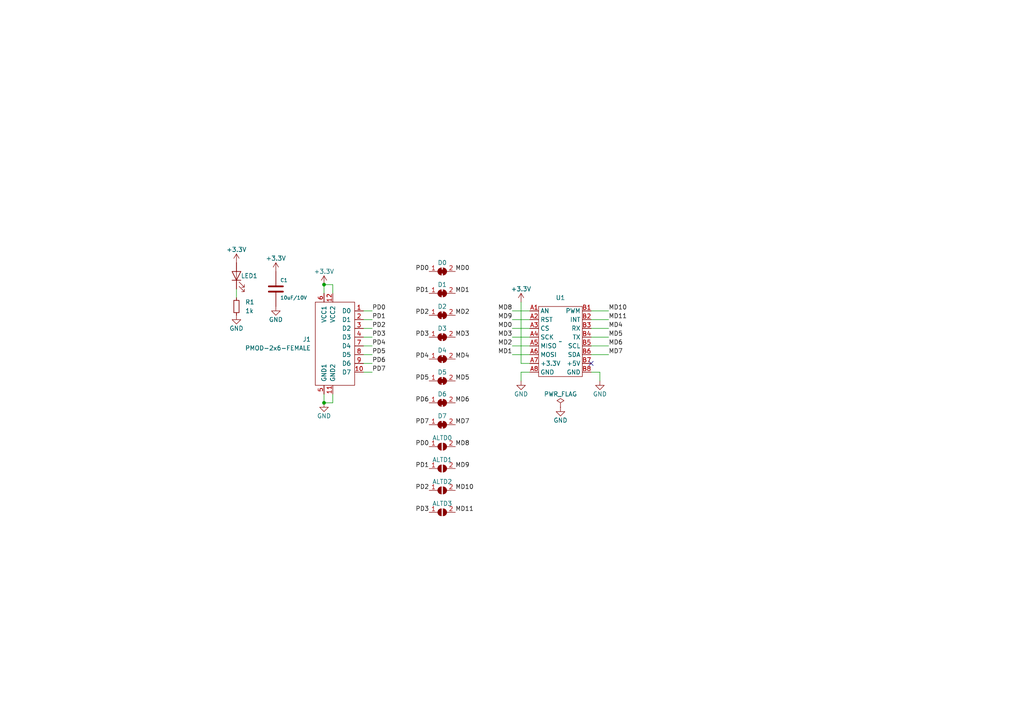
<source format=kicad_sch>
(kicad_sch (version 20230121) (generator eeschema)
  (paper "A4")
  (lib_symbols
    (symbol "jlcpcb-basic-resistor-0402:1k"
      (property "Reference" "R" (at 0.762 0.508 0))
      (property "Value" "1k" (at 0.762 -1.016 0))
      (symbol "1k_0_0"
        (rectangle (start -0.762 1.778) (end 0.762 -1.778) (stroke (width 0.2032)))
        (pin passive line (at 0 2.54 270) (length 0.762) (name "~") (number "1"))
        (pin passive line (at 0 -2.54 90) (length 0.762) (name "~") (number "2"))
      )
    )
    (symbol "power:+3.3V" (power) (pin_names (offset 0))
      (property "Value" "+3.3V" (at 0 3.556 0))
      (symbol "+3.3V_0_1"
        (polyline (pts (xy -0.762 1.27) (xy 0 2.54)))
        (polyline (pts (xy 0 0) (xy 0 2.54)))
        (polyline (pts (xy 0 2.54) (xy 0.762 1.27)))
      )
      (symbol "+3.3V_1_1"
        (pin power_in line (at 0 0 90) (length 0) hide (name "+3.3V") (number "1"))
      )
    )
    (symbol "power:GND" (power) (pin_names (offset 0))
      (property "Value" "GND" (at 0 -3.81 0))
      (symbol "GND_0_1"
        (polyline (pts (xy 0 0) (xy 0 -1.27) (xy 1.27 -1.27) (xy 0 -2.54) (xy -1.27 -1.27) (xy 0 -1.27)))
      )
      (symbol "GND_1_1"
        (pin power_in line (at 0 0 270) (length 0) hide (name "GND") (number "1"))
      )
    )
    (symbol "power:PWR_FLAG" (power) (pin_numbers hide) (pin_names (offset 0) hide)
      (property "Value" "PWR_FLAG" (at 0 3.81 0))
      (symbol "PWR_FLAG_0_0"
        (pin power_out line (at 0 0 90) (length 0) (name "pwr") (number "1"))
      )
      (symbol "PWR_FLAG_0_1"
        (polyline (pts (xy 0 0) (xy 0 1.27) (xy -1.016 1.905) (xy 0 2.54) (xy 1.016 1.905) (xy 0 1.27)))
      )
    )
    (symbol "tom-connectors:PMOD-2x6-FEMALE" (pin_names (offset 1.016))
      (property "Reference" "J" (at 3.81 -11.43 0))
      (property "Value" "PMOD-2x6-FEMALE" (at -7.62 0 90))
      (symbol "PMOD-2x6-FEMALE_1_1"
        (rectangle (start -6.35 11.43) (end 5.08 -12.7))
        (rectangle (start 3.81 -6.35) (end 3.81 -6.35))
        (pin bidirectional line (at 7.62 8.89 180) (length 2.54) (name "D0") (number "1"))
        (pin bidirectional line (at 7.62 -8.89 180) (length 2.54) (name "D7") (number "10"))
        (pin passive line (at -1.27 -15.24 90) (length 2.54) (name "GND2") (number "11"))
        (pin passive line (at -1.27 13.97 270) (length 2.54) (name "VCC2") (number "12"))
        (pin bidirectional line (at 7.62 6.35 180) (length 2.54) (name "D1") (number "2"))
        (pin bidirectional line (at 7.62 3.81 180) (length 2.54) (name "D2") (number "3"))
        (pin bidirectional line (at 7.62 1.27 180) (length 2.54) (name "D3") (number "4"))
        (pin passive line (at -3.81 -15.24 90) (length 2.54) (name "GND1") (number "5"))
        (pin passive line (at -3.81 13.97 270) (length 2.54) (name "VCC1") (number "6"))
        (pin bidirectional line (at 7.62 -1.27 180) (length 2.54) (name "D4") (number "7"))
        (pin bidirectional line (at 7.62 -3.81 180) (length 2.54) (name "D5") (number "8"))
        (pin bidirectional line (at 7.62 -6.35 180) (length 2.54) (name "D6") (number "9"))
      )
    )
    (symbol "tom-mechanical:SolderJumper_2_Bridged" (pin_names (offset 0) hide)
      (property "Reference" "JP" (at 0 2.032 0))
      (property "Value" "SolderJumper_2_Bridged" (at 0 -2.54 0))
      (symbol "SolderJumper_2_Bridged_0_1"
        (rectangle (start -0.508 0.508) (end 0.508 -0.508) (fill (type outline)))
        (arc (start -0.254 1.016) (mid -1.2656 0) (end -0.254 -1.016))
        (arc (start -0.254 1.016) (mid -1.2656 0) (end -0.254 -1.016) (fill (type outline)))
        (polyline (pts (xy -0.254 1.016) (xy -0.254 -1.016)))
        (polyline (pts (xy 0.254 1.016) (xy 0.254 -1.016)))
        (arc (start 0.254 -1.016) (mid 1.2656 0) (end 0.254 1.016))
        (arc (start 0.254 -1.016) (mid 1.2656 0) (end 0.254 1.016) (fill (type outline)))
      )
      (symbol "SolderJumper_2_Bridged_1_1"
        (pin passive line (at -3.81 0 0) (length 2.54) (name "A") (number "1"))
        (pin passive line (at 3.81 0 180) (length 2.54) (name "B") (number "2"))
      )
    )
    (symbol "tom-mechanical:SolderJumper_2_Open" (pin_names (offset 0) hide)
      (property "Reference" "JP" (at 0 2.032 0))
      (property "Value" "SolderJumper_2_Open" (at 0 -2.54 0))
      (symbol "SolderJumper_2_Open_0_1"
        (arc (start -0.254 1.016) (mid -1.2656 0) (end -0.254 -1.016))
        (arc (start -0.254 1.016) (mid -1.2656 0) (end -0.254 -1.016) (fill (type outline)))
        (polyline (pts (xy -0.254 1.016) (xy -0.254 -1.016)))
        (polyline (pts (xy 0.254 1.016) (xy 0.254 -1.016)))
        (arc (start 0.254 -1.016) (mid 1.2656 0) (end 0.254 1.016))
        (arc (start 0.254 -1.016) (mid 1.2656 0) (end 0.254 1.016) (fill (type outline)))
      )
      (symbol "SolderJumper_2_Open_1_1"
        (pin passive line (at -3.81 0 0) (length 2.54) (name "A") (number "1"))
        (pin passive line (at 3.81 0 180) (length 2.54) (name "B") (number "2"))
      )
    )
    (symbol "tom-modules:MIKROBUS_ADD_ON" (in_bom no)
      (property "Reference" "U" (at -5.08 -11.43 0))
      (symbol "MIKROBUS_ADD_ON_0_1"
        (rectangle (start -6.35 10.16) (end 6.35 -10.16))
      )
      (symbol "MIKROBUS_ADD_ON_1_1"
        (pin bidirectional line (at -8.89 8.89 0) (length 2.54) (name "AN") (number "A1"))
        (pin bidirectional line (at -8.89 6.35 0) (length 2.54) (name "RST") (number "A2"))
        (pin bidirectional line (at -8.89 3.81 0) (length 2.54) (name "CS") (number "A3"))
        (pin bidirectional line (at -8.89 1.27 0) (length 2.54) (name "SCK") (number "A4"))
        (pin bidirectional line (at -8.89 -1.27 0) (length 2.54) (name "MISO") (number "A5"))
        (pin bidirectional line (at -8.89 -3.81 0) (length 2.54) (name "MOSI") (number "A6"))
        (pin power_out line (at -8.89 -6.35 0) (length 2.54) (name "+3.3V") (number "A7"))
        (pin passive line (at -8.89 -8.89 0) (length 2.54) (name "GND") (number "A8"))
        (pin bidirectional line (at 8.89 8.89 180) (length 2.54) (name "PWM") (number "B1"))
        (pin bidirectional line (at 8.89 6.35 180) (length 2.54) (name "INT") (number "B2"))
        (pin bidirectional line (at 8.89 3.81 180) (length 2.54) (name "RX") (number "B3"))
        (pin bidirectional line (at 8.89 1.27 180) (length 2.54) (name "TX") (number "B4"))
        (pin bidirectional line (at 8.89 -1.27 180) (length 2.54) (name "SCL") (number "B5"))
        (pin bidirectional line (at 8.89 -3.81 180) (length 2.54) (name "SDA") (number "B6"))
        (pin power_out line (at 8.89 -6.35 180) (length 2.54) (name "+5V") (number "B7"))
        (pin passive line (at 8.89 -8.89 180) (length 2.54) (name "GND") (number "B8"))
      )
    )
    (symbol "tom-opto:LED" (pin_numbers hide) (pin_names (offset 1.016) hide)
      (property "Reference" "D" (at 0 2.54 0))
      (property "Value" "LED" (at 0 -2.54 0))
      (symbol "LED_0_1"
        (polyline (pts (xy -1.27 -1.27) (xy -1.27 1.27)) (stroke (width 0.2032)))
        (polyline (pts (xy -1.27 0) (xy 1.27 0)))
        (polyline (pts (xy 1.27 -1.27) (xy 1.27 1.27) (xy -1.27 0) (xy 1.27 -1.27)) (stroke (width 0.2032)))
        (polyline (pts (xy -3.048 -0.762) (xy -4.572 -2.286) (xy -3.81 -2.286) (xy -4.572 -2.286) (xy -4.572 -1.524)))
        (polyline (pts (xy -1.778 -0.762) (xy -3.302 -2.286) (xy -2.54 -2.286) (xy -3.302 -2.286) (xy -3.302 -1.524)))
      )
      (symbol "LED_1_1"
        (pin passive line (at -3.81 0 0) (length 2.54) (name "K") (number "1"))
        (pin passive line (at 3.81 0 180) (length 2.54) (name "A") (number "2"))
      )
    )
    (symbol "tom-passives:C" (pin_numbers hide) (pin_names (offset 0.254))
      (property "Reference" "C?" (at 0 2.54 0))
      (property "Value" "C" (at 0.1524 -2.159 0))
      (property "LCSC" "DNP" (at 0.1524 -3.81 0))
      (symbol "C_0_1"
        (polyline (pts (xy -2.032 -0.762) (xy 2.032 -0.762)) (stroke (width 0.508)))
        (polyline (pts (xy -2.032 0.762) (xy 2.032 0.762)) (stroke (width 0.508)))
      )
      (symbol "C_1_1"
        (pin passive line (at 0 5.08 270) (length 4.318) (name "~") (number "1"))
        (pin passive line (at 0 -5.08 90) (length 4.318) (name "~") (number "2"))
      )
    )
  )
  (junction (at 93.98 82.55))
  (junction (at 93.98 116.84))
  (no_connect (at 171.45 105.41))
  (wire (pts (xy 105.41 102.87) (xy 107.95 102.87)))
  (wire (pts (xy 96.52 85.09) (xy 96.52 82.55)))
  (wire (pts (xy 105.41 100.33) (xy 107.95 100.33)))
  (wire (pts (xy 96.52 82.55) (xy 93.98 82.55)))
  (wire (pts (xy 96.52 114.3) (xy 96.52 116.84)))
  (wire (pts (xy 151.13 87.63) (xy 151.13 105.41)))
  (wire (pts (xy 96.52 116.84) (xy 93.98 116.84)))
  (wire (pts (xy 176.53 102.87) (xy 171.45 102.87)))
  (wire (pts (xy 105.41 95.25) (xy 107.95 95.25)))
  (wire (pts (xy 68.58 83.82) (xy 68.58 86.36)))
  (wire (pts (xy 105.41 107.95) (xy 107.95 107.95)))
  (wire (pts (xy 153.67 107.95) (xy 151.13 107.95)))
  (wire (pts (xy 171.45 90.17) (xy 176.53 90.17)))
  (wire (pts (xy 171.45 107.95) (xy 173.99 107.95)))
  (wire (pts (xy 105.41 105.41) (xy 107.95 105.41)))
  (wire (pts (xy 93.98 82.55) (xy 93.98 85.09)))
  (wire (pts (xy 105.41 90.17) (xy 107.95 90.17)))
  (wire (pts (xy 151.13 107.95) (xy 151.13 110.49)))
  (wire (pts (xy 176.53 100.33) (xy 171.45 100.33)))
  (wire (pts (xy 171.45 92.71) (xy 176.53 92.71)))
  (wire (pts (xy 148.59 102.87) (xy 153.67 102.87)))
  (wire (pts (xy 151.13 105.41) (xy 153.67 105.41)))
  (wire (pts (xy 93.98 114.3) (xy 93.98 116.84)))
  (wire (pts (xy 176.53 97.79) (xy 171.45 97.79)))
  (wire (pts (xy 148.59 100.33) (xy 153.67 100.33)))
  (wire (pts (xy 105.41 92.71) (xy 107.95 92.71)))
  (wire (pts (xy 148.59 95.25) (xy 153.67 95.25)))
  (wire (pts (xy 148.59 90.17) (xy 153.67 90.17)))
  (wire (pts (xy 176.53 95.25) (xy 171.45 95.25)))
  (wire (pts (xy 148.59 92.71) (xy 153.67 92.71)))
  (wire (pts (xy 173.99 107.95) (xy 173.99 110.49)))
  (wire (pts (xy 105.41 97.79) (xy 107.95 97.79)))
  (wire (pts (xy 148.59 97.79) (xy 153.67 97.79)))
  (label "PD2" (at 124.46 142.24 180))
  (label "MD6" (at 132.08 116.84 0))
  (label "PD0" (at 124.46 78.74 180))
  (label "PD7" (at 107.95 107.95 0))
  (label "MD6" (at 176.53 100.33 0))
  (label "MD10" (at 176.53 90.17 0))
  (label "MD7" (at 132.08 123.19 0))
  (label "PD2" (at 124.46 91.44 180))
  (label "MD0" (at 148.59 95.25 180))
  (label "PD4" (at 107.95 100.33 0))
  (label "PD0" (at 124.46 129.54 180))
  (label "PD3" (at 124.46 148.59 180))
  (label "MD4" (at 132.08 104.14 0))
  (label "MD8" (at 148.59 90.17 180))
  (label "PD0" (at 107.95 90.17 0))
  (label "MD8" (at 132.08 129.54 0))
  (label "PD1" (at 124.46 85.09 180))
  (label "MD7" (at 176.53 102.87 0))
  (label "MD9" (at 132.08 135.89 0))
  (label "MD3" (at 148.59 97.79 180))
  (label "PD6" (at 124.46 116.84 180))
  (label "MD4" (at 176.53 95.25 0))
  (label "PD7" (at 124.46 123.19 180))
  (label "MD1" (at 148.59 102.87 180))
  (label "PD2" (at 107.95 95.25 0))
  (label "MD5" (at 176.53 97.79 0))
  (label "MD1" (at 132.08 85.09 0))
  (label "MD11" (at 132.08 148.59 0))
  (label "MD9" (at 148.59 92.71 180))
  (label "MD3" (at 132.08 97.79 0))
  (label "PD1" (at 124.46 135.89 180))
  (label "PD6" (at 107.95 105.41 0))
  (label "PD5" (at 124.46 110.49 180))
  (label "PD5" (at 107.95 102.87 0))
  (label "PD1" (at 107.95 92.71 0))
  (label "PD3" (at 124.46 97.79 180))
  (label "PD4" (at 124.46 104.14 180))
  (label "MD0" (at 132.08 78.74 0))
  (label "MD5" (at 132.08 110.49 0))
  (label "MD10" (at 132.08 142.24 0))
  (label "MD2" (at 148.59 100.33 180))
  (label "PD3" (at 107.95 97.79 0))
  (label "MD11" (at 176.53 92.71 0))
  (label "MD2" (at 132.08 91.44 0))
  (symbol (lib_id "tom-mechanical:SolderJumper_2_Open") (at 128.27 129.54 0) (unit 1)
    (property "Reference" "ALTD0" (at 128.27 127 0))
    (property "Value" "SolderJumper_2_Open" (effects hide))
    (property "Footprint" "tom-mechanical:SolderJumper-2_P1.3mm_Open_Pad1.0x1.5mm" (effects hide))
  )
  (symbol (lib_id "tom-mechanical:SolderJumper_2_Open") (at 128.27 148.59 0) (unit 1)
    (property "Reference" "ALTD3" (at 128.27 146.05 0))
    (property "Value" "SolderJumper_2_Open" (effects hide))
    (property "Footprint" "tom-mechanical:SolderJumper-2_P1.3mm_Open_Pad1.0x1.5mm" (effects hide))
  )
  (symbol (lib_id "tom-connectors:PMOD-2x6-FEMALE") (at 97.79 99.06 0) (unit 1)
    (property "Reference" "J1" (at 90.17 98.425 0) (effects (justify right)))
    (property "Value" "PMOD-2x6-FEMALE" (at 90.17 100.965 0) (effects (justify right)))
    (property "Footprint" "tom-connectors:PMOD_2X6_PTH_RA_SOCKET" (effects hide))
  )
  (symbol (lib_id "tom-mechanical:SolderJumper_2_Bridged") (at 128.27 91.44 0) (unit 1)
    (property "Reference" "D2" (at 128.27 88.9 0))
    (property "Value" "BRIDGED" (effects hide))
    (property "Footprint" "tom-mechanical:SolderJumper-2_P1.3mm_Bridged_Pad1.0x1.5mm" (effects hide))
  )
  (symbol (lib_id "tom-passives:C") (at 80.01 83.82 0) (unit 1)
    (property "Reference" "C1" (at 81.28 81.28 0) (effects (font (size 1.016 1.016)) (justify left)))
    (property "Value" "10uF/10V" (at 81.28 86.36 0) (effects (font (size 1.016 1.016)) (justify left)))
    (property "Footprint" "tom-passives:C_1206_3216Metric_Pad1.42x1.75mm_HandSolder" (effects hide))
    (property "LCSC" "DNP" (effects hide))
  )
  (symbol (lib_id "jlcpcb-basic-resistor-0402:1k") (at 68.58 88.9 0) (unit 1)
    (property "Reference" "R1" (at 71.12 87.63 0) (effects (justify left)))
    (property "Value" "1k" (at 71.12 90.17 0) (effects (justify left)))
    (property "Footprint" "tom-passives:R_1206_3216Metric" (effects hide))
    (property "Datasheet" "https://datasheet.lcsc.com/lcsc/2110251730_UNI-ROYAL-Uniroyal-Elec-0402WGF1001TCE_C11702.pdf" (effects hide))
    (property "LCSC" "C11702" (effects hide))
    (property "MFG" "UNI-ROYAL(Uniroyal Elec)" (effects hide))
    (property "MFGPN" "0402WGF1001TCE" (effects hide))
  )
  (symbol (lib_id "tom-mechanical:SolderJumper_2_Bridged") (at 128.27 116.84 0) (unit 1)
    (property "Reference" "D6" (at 128.27 114.3 0))
    (property "Value" "BRIDGED" (effects hide))
    (property "Footprint" "tom-mechanical:SolderJumper-2_P1.3mm_Bridged_Pad1.0x1.5mm" (effects hide))
  )
  (symbol (lib_id "power:GND") (at 151.13 110.49 0) (unit 1)
    (property "Reference" "#PWR03" (effects hide))
    (property "Value" "GND" (at 151.13 114.3 0))
  )
  (symbol (lib_id "tom-mechanical:SolderJumper_2_Bridged") (at 128.27 123.19 0) (unit 1)
    (property "Reference" "D7" (at 128.27 120.65 0))
    (property "Value" "BRIDGED" (effects hide))
    (property "Footprint" "tom-mechanical:SolderJumper-2_P1.3mm_Bridged_Pad1.0x1.5mm" (effects hide))
  )
  (symbol (lib_id "tom-mechanical:SolderJumper_2_Bridged") (at 128.27 97.79 0) (unit 1)
    (property "Reference" "D3" (at 128.27 95.25 0))
    (property "Value" "BRIDGED" (effects hide))
    (property "Footprint" "tom-mechanical:SolderJumper-2_P1.3mm_Bridged_Pad1.0x1.5mm" (effects hide))
  )
  (symbol (lib_id "power:GND") (at 80.01 88.9 0) (unit 1)
    (property "Reference" "#PWR07" (effects hide))
    (property "Value" "GND" (at 80.01 92.71 0))
  )
  (symbol (lib_id "power:+3.3V") (at 93.98 82.55 0) (unit 1)
    (property "Reference" "#PWR01" (effects hide))
    (property "Value" "+3.3V" (at 93.98 78.74 0))
  )
  (symbol (lib_id "tom-mechanical:SolderJumper_2_Bridged") (at 128.27 104.14 0) (unit 1)
    (property "Reference" "D4" (at 128.27 101.6 0))
    (property "Value" "BRIDGED" (effects hide))
    (property "Footprint" "tom-mechanical:SolderJumper-2_P1.3mm_Bridged_Pad1.0x1.5mm" (effects hide))
  )
  (symbol (lib_id "tom-mechanical:SolderJumper_2_Open") (at 128.27 142.24 0) (unit 1)
    (property "Reference" "ALTD2" (at 128.27 139.7 0))
    (property "Value" "SolderJumper_2_Open" (effects hide))
    (property "Footprint" "tom-mechanical:SolderJumper-2_P1.3mm_Open_Pad1.0x1.5mm" (effects hide))
  )
  (symbol (lib_id "tom-mechanical:SolderJumper_2_Open") (at 128.27 135.89 0) (unit 1)
    (property "Reference" "ALTD1" (at 128.27 133.35 0))
    (property "Value" "SolderJumper_2_Open" (effects hide))
    (property "Footprint" "tom-mechanical:SolderJumper-2_P1.3mm_Open_Pad1.0x1.5mm" (effects hide))
  )
  (symbol (lib_id "power:GND") (at 93.98 116.84 0) (unit 1)
    (property "Reference" "#PWR05" (effects hide))
    (property "Value" "GND" (at 93.98 120.65 0))
  )
  (symbol (lib_id "power:PWR_FLAG") (at 162.56 118.11 0) (unit 1)
    (property "Reference" "#FLG01" (effects hide))
    (property "Value" "PWR_FLAG" (at 162.56 114.3 0))
  )
  (symbol (lib_id "power:+3.3V") (at 151.13 87.63 0) (unit 1)
    (property "Reference" "#PWR02" (effects hide))
    (property "Value" "+3.3V" (at 151.13 83.82 0))
  )
  (symbol (lib_id "power:GND") (at 68.58 91.44 0) (unit 1)
    (property "Reference" "#PWR09" (effects hide))
    (property "Value" "GND" (at 68.58 95.25 0))
  )
  (symbol (lib_id "power:GND") (at 173.99 110.49 0) (unit 1)
    (property "Reference" "#PWR04" (effects hide))
    (property "Value" "GND" (at 173.99 114.3 0))
  )
  (symbol (lib_id "power:+3.3V") (at 68.58 76.2 0) (unit 1)
    (property "Reference" "#PWR010" (effects hide))
    (property "Value" "+3.3V" (at 68.58 72.39 0))
  )
  (symbol (lib_id "power:GND") (at 162.56 118.11 0) (unit 1)
    (property "Reference" "#PWR08" (effects hide))
    (property "Value" "GND" (at 162.56 121.92 0))
  )
  (symbol (lib_id "tom-opto:LED") (at 68.58 80.01 90) (unit 1)
    (property "Reference" "LED1" (at 69.85 80.01 90) (effects (justify right)))
    (property "Value" "LED" (effects hide))
    (property "Footprint" "tom-opto:LED_1206_3216Metric" (effects hide))
  )
  (symbol (lib_id "tom-mechanical:SolderJumper_2_Bridged") (at 128.27 85.09 0) (unit 1)
    (property "Reference" "D1" (at 128.27 82.55 0))
    (property "Value" "BRIDGED" (effects hide))
    (property "Footprint" "tom-mechanical:SolderJumper-2_P1.3mm_Bridged_Pad1.0x1.5mm" (effects hide))
  )
  (symbol (lib_id "tom-modules:MIKROBUS_ADD_ON") (at 162.56 99.06 0) (unit 1) (in_bom no)
    (property "Reference" "U1" (at 162.56 86.36 0))
    (property "Value" "~" (at 162.56 99.06 0))
    (property "Footprint" "tom-modules:MIKROBUS_ADD_ON_SMALL" (effects hide))
  )
  (symbol (lib_id "power:+3.3V") (at 80.01 78.74 0) (unit 1)
    (property "Reference" "#PWR06" (effects hide))
    (property "Value" "+3.3V" (at 80.01 74.93 0))
  )
  (symbol (lib_id "tom-mechanical:SolderJumper_2_Bridged") (at 128.27 78.74 0) (unit 1)
    (property "Reference" "D0" (at 128.27 76.2 0))
    (property "Value" "BRIDGED" (effects hide))
    (property "Footprint" "tom-mechanical:SolderJumper-2_P1.3mm_Bridged_Pad1.0x1.5mm" (effects hide))
  )
  (symbol (lib_id "tom-mechanical:SolderJumper_2_Bridged") (at 128.27 110.49 0) (unit 1)
    (property "Reference" "D5" (at 128.27 107.95 0))
    (property "Value" "BRIDGED" (effects hide))
    (property "Footprint" "tom-mechanical:SolderJumper-2_P1.3mm_Bridged_Pad1.0x1.5mm" (effects hide))
  )
)
</source>
